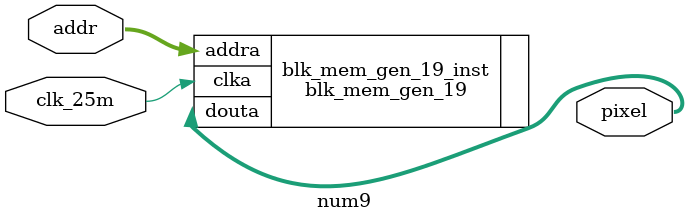
<source format=v>
module NumSelect(
	input clk_25m,
	input [16:0]addr,
	input [3:0]num,
	output [11:0]pixel
);

	wire [11:0]D0, D1, D2, D3, D4, D5, D6, D7, D8, D9;
	reg [11:0]choose;
	num0 n0(clk_25m, addr, D0);
	num1 n1(clk_25m, addr, D1);
	num2 n2(clk_25m, addr, D2);
	num3 n3(clk_25m, addr, D3);
	num4 n4(clk_25m, addr, D4);
	num5 n5(clk_25m, addr, D5);
	num6 n6(clk_25m, addr, D6);
	num7 n7(clk_25m, addr, D7);
	num8 n8(clk_25m, addr, D8);
	num9 n9(clk_25m, addr, D9);
	
	assign pixel = choose;
	
	always@(*)begin
		case(num)
			4'd1:choose = D1;
			4'd2:choose = D2;
			4'd3:choose = D3;
			4'd4:choose = D4;
			4'd5:choose = D5;
			4'd6:choose = D6;
			4'd7:choose = D7;
			4'd8:choose = D8;
			4'd9:choose = D9;
			default:choose = D0;
		endcase
	end
endmodule

module num0(clk_25m, addr, pixel);
	input clk_25m;
	input [16:0]addr;
	output [11:0]pixel;
	
	blk_mem_gen_10 blk_mem_gen_10_inst(
      .clka(clk_25m),
      .addra(addr),
      .douta(pixel)
    ); 
endmodule

module num1(clk_25m, addr, pixel);
	input clk_25m;
	input [16:0]addr;
	output [11:0]pixel;
	
	blk_mem_gen_11 blk_mem_gen_11_inst(
      .clka(clk_25m),
      .addra(addr),
      .douta(pixel)
    ); 
endmodule

module num2(clk_25m, addr, pixel);
	input clk_25m;
	input [16:0]addr;
	output [11:0]pixel;
	
	blk_mem_gen_12 blk_mem_gen_12_inst(
      .clka(clk_25m),
      .addra(addr),
      .douta(pixel)
    ); 
endmodule

module num3(clk_25m, addr, pixel);
	input clk_25m;
	input [16:0]addr;
	output [11:0]pixel;
	
	blk_mem_gen_13 blk_mem_gen_13_inst(
      .clka(clk_25m),
      .addra(addr),
      .douta(pixel)
    ); 
endmodule

module num4(clk_25m, addr, pixel);
	input clk_25m;
	input [16:0]addr;
	output [11:0]pixel;
	
	blk_mem_gen_14 blk_mem_gen_14_inst(
      .clka(clk_25m),
      .addra(addr),
      .douta(pixel)
    ); 
endmodule

module num5(clk_25m, addr, pixel);
	input clk_25m;
	input [16:0]addr;
	output [11:0]pixel;
	
	blk_mem_gen_15 blk_mem_gen_15_inst(
      .clka(clk_25m),
      .addra(addr),
      .douta(pixel)
    ); 
endmodule

module num6(clk_25m, addr, pixel);
	input clk_25m;
	input [16:0]addr;
	output [11:0]pixel;
	
	blk_mem_gen_16 blk_mem_gen_16_inst(
      .clka(clk_25m),
      .addra(addr),
      .douta(pixel)
    ); 
endmodule

module num7(clk_25m, addr, pixel);
	input clk_25m;
	input [16:0]addr;
	output [11:0]pixel;
	
	blk_mem_gen_17 blk_mem_gen_17_inst(
      .clka(clk_25m),
      .addra(addr),
      .douta(pixel)
    ); 
endmodule

module num8(clk_25m, addr, pixel);
	input clk_25m;
	input [16:0]addr;
	output [11:0]pixel;
	
	blk_mem_gen_18 blk_mem_gen_18_inst(
      .clka(clk_25m),
      .addra(addr),
      .douta(pixel)
    ); 
endmodule

module num9(clk_25m, addr, pixel);
	input clk_25m;
	input [16:0]addr;
	output [11:0]pixel;
	
	blk_mem_gen_19 blk_mem_gen_19_inst(
      .clka(clk_25m),
      .addra(addr),
      .douta(pixel)
    ); 
endmodule
</source>
